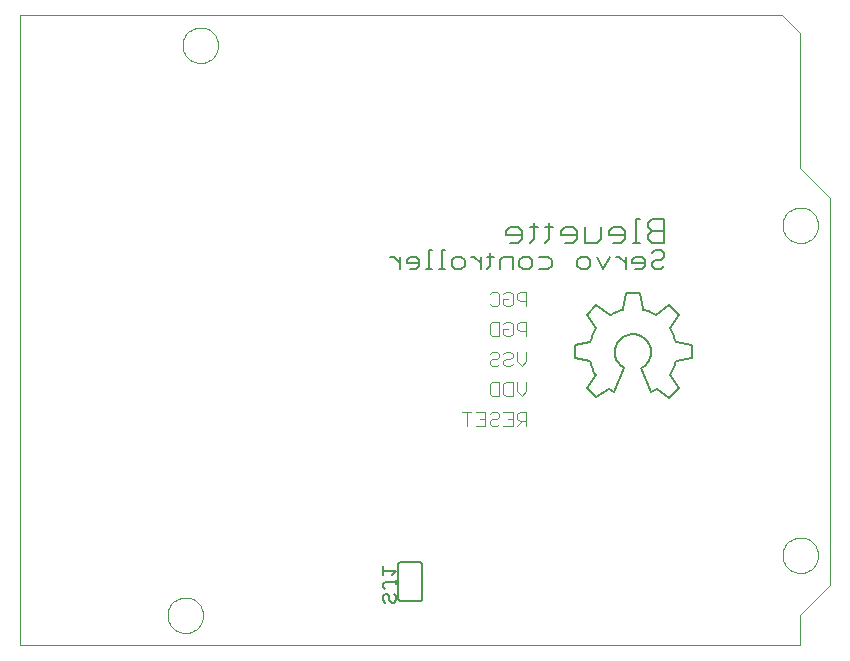
<source format=gbo>
G75*
G70*
%OFA0B0*%
%FSLAX24Y24*%
%IPPOS*%
%LPD*%
%AMOC8*
5,1,8,0,0,1.08239X$1,22.5*
%
%ADD10C,0.0000*%
%ADD11C,0.0070*%
%ADD12C,0.0060*%
%ADD13C,0.0040*%
%ADD14C,0.0050*%
%ADD15C,0.0080*%
D10*
X000500Y000500D02*
X000500Y021500D01*
X025900Y021500D01*
X026500Y020900D01*
X026500Y016400D01*
X027500Y015400D01*
X027500Y002500D01*
X026500Y001500D01*
X026500Y000500D01*
X000500Y000500D01*
X005409Y001500D02*
X005411Y001548D01*
X005417Y001596D01*
X005427Y001643D01*
X005440Y001689D01*
X005458Y001734D01*
X005478Y001778D01*
X005503Y001820D01*
X005531Y001859D01*
X005561Y001896D01*
X005595Y001930D01*
X005632Y001962D01*
X005670Y001991D01*
X005711Y002016D01*
X005754Y002038D01*
X005799Y002056D01*
X005845Y002070D01*
X005892Y002081D01*
X005940Y002088D01*
X005988Y002091D01*
X006036Y002090D01*
X006084Y002085D01*
X006132Y002076D01*
X006178Y002064D01*
X006223Y002047D01*
X006267Y002027D01*
X006309Y002004D01*
X006349Y001977D01*
X006387Y001947D01*
X006422Y001914D01*
X006454Y001878D01*
X006484Y001840D01*
X006510Y001799D01*
X006532Y001756D01*
X006552Y001712D01*
X006567Y001667D01*
X006579Y001620D01*
X006587Y001572D01*
X006591Y001524D01*
X006591Y001476D01*
X006587Y001428D01*
X006579Y001380D01*
X006567Y001333D01*
X006552Y001288D01*
X006532Y001244D01*
X006510Y001201D01*
X006484Y001160D01*
X006454Y001122D01*
X006422Y001086D01*
X006387Y001053D01*
X006349Y001023D01*
X006309Y000996D01*
X006267Y000973D01*
X006223Y000953D01*
X006178Y000936D01*
X006132Y000924D01*
X006084Y000915D01*
X006036Y000910D01*
X005988Y000909D01*
X005940Y000912D01*
X005892Y000919D01*
X005845Y000930D01*
X005799Y000944D01*
X005754Y000962D01*
X005711Y000984D01*
X005670Y001009D01*
X005632Y001038D01*
X005595Y001070D01*
X005561Y001104D01*
X005531Y001141D01*
X005503Y001180D01*
X005478Y001222D01*
X005458Y001266D01*
X005440Y001311D01*
X005427Y001357D01*
X005417Y001404D01*
X005411Y001452D01*
X005409Y001500D01*
X025909Y003500D02*
X025911Y003548D01*
X025917Y003596D01*
X025927Y003643D01*
X025940Y003689D01*
X025958Y003734D01*
X025978Y003778D01*
X026003Y003820D01*
X026031Y003859D01*
X026061Y003896D01*
X026095Y003930D01*
X026132Y003962D01*
X026170Y003991D01*
X026211Y004016D01*
X026254Y004038D01*
X026299Y004056D01*
X026345Y004070D01*
X026392Y004081D01*
X026440Y004088D01*
X026488Y004091D01*
X026536Y004090D01*
X026584Y004085D01*
X026632Y004076D01*
X026678Y004064D01*
X026723Y004047D01*
X026767Y004027D01*
X026809Y004004D01*
X026849Y003977D01*
X026887Y003947D01*
X026922Y003914D01*
X026954Y003878D01*
X026984Y003840D01*
X027010Y003799D01*
X027032Y003756D01*
X027052Y003712D01*
X027067Y003667D01*
X027079Y003620D01*
X027087Y003572D01*
X027091Y003524D01*
X027091Y003476D01*
X027087Y003428D01*
X027079Y003380D01*
X027067Y003333D01*
X027052Y003288D01*
X027032Y003244D01*
X027010Y003201D01*
X026984Y003160D01*
X026954Y003122D01*
X026922Y003086D01*
X026887Y003053D01*
X026849Y003023D01*
X026809Y002996D01*
X026767Y002973D01*
X026723Y002953D01*
X026678Y002936D01*
X026632Y002924D01*
X026584Y002915D01*
X026536Y002910D01*
X026488Y002909D01*
X026440Y002912D01*
X026392Y002919D01*
X026345Y002930D01*
X026299Y002944D01*
X026254Y002962D01*
X026211Y002984D01*
X026170Y003009D01*
X026132Y003038D01*
X026095Y003070D01*
X026061Y003104D01*
X026031Y003141D01*
X026003Y003180D01*
X025978Y003222D01*
X025958Y003266D01*
X025940Y003311D01*
X025927Y003357D01*
X025917Y003404D01*
X025911Y003452D01*
X025909Y003500D01*
X025909Y014500D02*
X025911Y014548D01*
X025917Y014596D01*
X025927Y014643D01*
X025940Y014689D01*
X025958Y014734D01*
X025978Y014778D01*
X026003Y014820D01*
X026031Y014859D01*
X026061Y014896D01*
X026095Y014930D01*
X026132Y014962D01*
X026170Y014991D01*
X026211Y015016D01*
X026254Y015038D01*
X026299Y015056D01*
X026345Y015070D01*
X026392Y015081D01*
X026440Y015088D01*
X026488Y015091D01*
X026536Y015090D01*
X026584Y015085D01*
X026632Y015076D01*
X026678Y015064D01*
X026723Y015047D01*
X026767Y015027D01*
X026809Y015004D01*
X026849Y014977D01*
X026887Y014947D01*
X026922Y014914D01*
X026954Y014878D01*
X026984Y014840D01*
X027010Y014799D01*
X027032Y014756D01*
X027052Y014712D01*
X027067Y014667D01*
X027079Y014620D01*
X027087Y014572D01*
X027091Y014524D01*
X027091Y014476D01*
X027087Y014428D01*
X027079Y014380D01*
X027067Y014333D01*
X027052Y014288D01*
X027032Y014244D01*
X027010Y014201D01*
X026984Y014160D01*
X026954Y014122D01*
X026922Y014086D01*
X026887Y014053D01*
X026849Y014023D01*
X026809Y013996D01*
X026767Y013973D01*
X026723Y013953D01*
X026678Y013936D01*
X026632Y013924D01*
X026584Y013915D01*
X026536Y013910D01*
X026488Y013909D01*
X026440Y013912D01*
X026392Y013919D01*
X026345Y013930D01*
X026299Y013944D01*
X026254Y013962D01*
X026211Y013984D01*
X026170Y014009D01*
X026132Y014038D01*
X026095Y014070D01*
X026061Y014104D01*
X026031Y014141D01*
X026003Y014180D01*
X025978Y014222D01*
X025958Y014266D01*
X025940Y014311D01*
X025927Y014357D01*
X025917Y014404D01*
X025911Y014452D01*
X025909Y014500D01*
X005909Y020500D02*
X005911Y020548D01*
X005917Y020596D01*
X005927Y020643D01*
X005940Y020689D01*
X005958Y020734D01*
X005978Y020778D01*
X006003Y020820D01*
X006031Y020859D01*
X006061Y020896D01*
X006095Y020930D01*
X006132Y020962D01*
X006170Y020991D01*
X006211Y021016D01*
X006254Y021038D01*
X006299Y021056D01*
X006345Y021070D01*
X006392Y021081D01*
X006440Y021088D01*
X006488Y021091D01*
X006536Y021090D01*
X006584Y021085D01*
X006632Y021076D01*
X006678Y021064D01*
X006723Y021047D01*
X006767Y021027D01*
X006809Y021004D01*
X006849Y020977D01*
X006887Y020947D01*
X006922Y020914D01*
X006954Y020878D01*
X006984Y020840D01*
X007010Y020799D01*
X007032Y020756D01*
X007052Y020712D01*
X007067Y020667D01*
X007079Y020620D01*
X007087Y020572D01*
X007091Y020524D01*
X007091Y020476D01*
X007087Y020428D01*
X007079Y020380D01*
X007067Y020333D01*
X007052Y020288D01*
X007032Y020244D01*
X007010Y020201D01*
X006984Y020160D01*
X006954Y020122D01*
X006922Y020086D01*
X006887Y020053D01*
X006849Y020023D01*
X006809Y019996D01*
X006767Y019973D01*
X006723Y019953D01*
X006678Y019936D01*
X006632Y019924D01*
X006584Y019915D01*
X006536Y019910D01*
X006488Y019909D01*
X006440Y019912D01*
X006392Y019919D01*
X006345Y019930D01*
X006299Y019944D01*
X006254Y019962D01*
X006211Y019984D01*
X006170Y020009D01*
X006132Y020038D01*
X006095Y020070D01*
X006061Y020104D01*
X006031Y020141D01*
X006003Y020180D01*
X005978Y020222D01*
X005958Y020266D01*
X005940Y020311D01*
X005927Y020357D01*
X005917Y020404D01*
X005911Y020452D01*
X005909Y020500D01*
D11*
X016687Y014305D02*
X016687Y014174D01*
X017214Y014174D01*
X017214Y014305D02*
X017082Y014437D01*
X016818Y014437D01*
X016687Y014305D01*
X016818Y013910D02*
X017082Y013910D01*
X017214Y014042D01*
X017214Y014305D01*
X017478Y014437D02*
X017742Y014437D01*
X017610Y014569D02*
X017610Y014042D01*
X017478Y013910D01*
X018006Y013910D02*
X018138Y014042D01*
X018138Y014569D01*
X018270Y014437D02*
X018006Y014437D01*
X018534Y014305D02*
X018534Y014174D01*
X019061Y014174D01*
X019061Y014305D02*
X018930Y014437D01*
X018666Y014437D01*
X018534Y014305D01*
X018666Y013910D02*
X018930Y013910D01*
X019061Y014042D01*
X019061Y014305D01*
X019326Y014437D02*
X019326Y013910D01*
X019722Y013910D01*
X019853Y014042D01*
X019853Y014437D01*
X020118Y014305D02*
X020118Y014174D01*
X020645Y014174D01*
X020645Y014305D02*
X020513Y014437D01*
X020250Y014437D01*
X020118Y014305D01*
X020250Y013910D02*
X020513Y013910D01*
X020645Y014042D01*
X020645Y014305D01*
X020910Y013910D02*
X021173Y013910D01*
X021041Y013910D02*
X021041Y014701D01*
X021173Y014701D01*
X021438Y014569D02*
X021438Y014437D01*
X021570Y014305D01*
X021965Y014305D01*
X021570Y014305D02*
X021438Y014174D01*
X021438Y014042D01*
X021570Y013910D01*
X021965Y013910D01*
X021965Y014701D01*
X021570Y014701D01*
X021438Y014569D01*
D12*
X021650Y013671D02*
X021863Y013671D01*
X021970Y013564D01*
X021970Y013457D01*
X021863Y013350D01*
X021650Y013350D01*
X021543Y013244D01*
X021543Y013137D01*
X021650Y013030D01*
X021863Y013030D01*
X021970Y013137D01*
X021543Y013564D02*
X021650Y013671D01*
X021325Y013350D02*
X021219Y013457D01*
X021005Y013457D01*
X020898Y013350D01*
X020898Y013244D01*
X021325Y013244D01*
X021325Y013350D02*
X021325Y013137D01*
X021219Y013030D01*
X021005Y013030D01*
X020681Y013030D02*
X020681Y013457D01*
X020681Y013244D02*
X020467Y013457D01*
X020361Y013457D01*
X020144Y013457D02*
X019930Y013030D01*
X019717Y013457D01*
X019499Y013350D02*
X019499Y013137D01*
X019392Y013030D01*
X019179Y013030D01*
X019072Y013137D01*
X019072Y013350D01*
X019179Y013457D01*
X019392Y013457D01*
X019499Y013350D01*
X018210Y013350D02*
X018210Y013137D01*
X018103Y013030D01*
X017783Y013030D01*
X017566Y013137D02*
X017566Y013350D01*
X017459Y013457D01*
X017245Y013457D01*
X017139Y013350D01*
X017139Y013137D01*
X017245Y013030D01*
X017459Y013030D01*
X017566Y013137D01*
X017783Y013457D02*
X018103Y013457D01*
X018210Y013350D01*
X016921Y013457D02*
X016921Y013030D01*
X016921Y013457D02*
X016601Y013457D01*
X016494Y013350D01*
X016494Y013030D01*
X016170Y013137D02*
X016063Y013030D01*
X016170Y013137D02*
X016170Y013564D01*
X016276Y013457D02*
X016063Y013457D01*
X015847Y013457D02*
X015847Y013030D01*
X015847Y013244D02*
X015633Y013457D01*
X015527Y013457D01*
X015310Y013350D02*
X015310Y013137D01*
X015203Y013030D01*
X014989Y013030D01*
X014883Y013137D01*
X014883Y013350D01*
X014989Y013457D01*
X015203Y013457D01*
X015310Y013350D01*
X014665Y013030D02*
X014452Y013030D01*
X014558Y013030D02*
X014558Y013671D01*
X014665Y013671D01*
X014235Y013671D02*
X014129Y013671D01*
X014129Y013030D01*
X014235Y013030D02*
X014022Y013030D01*
X013806Y013137D02*
X013806Y013350D01*
X013699Y013457D01*
X013485Y013457D01*
X013379Y013350D01*
X013379Y013244D01*
X013806Y013244D01*
X013806Y013137D02*
X013699Y013030D01*
X013485Y013030D01*
X013161Y013030D02*
X013161Y013457D01*
X013161Y013244D02*
X012948Y013457D01*
X012841Y013457D01*
X013200Y003275D02*
X013800Y003275D01*
X013817Y003273D01*
X013834Y003269D01*
X013850Y003262D01*
X013864Y003252D01*
X013877Y003239D01*
X013887Y003225D01*
X013894Y003209D01*
X013898Y003192D01*
X013900Y003175D01*
X013900Y002075D01*
X013898Y002058D01*
X013894Y002041D01*
X013887Y002025D01*
X013877Y002011D01*
X013864Y001998D01*
X013850Y001988D01*
X013834Y001981D01*
X013817Y001977D01*
X013800Y001975D01*
X013200Y001975D01*
X013183Y001977D01*
X013166Y001981D01*
X013150Y001988D01*
X013136Y001998D01*
X013123Y002011D01*
X013113Y002025D01*
X013106Y002041D01*
X013102Y002058D01*
X013100Y002075D01*
X013100Y003175D01*
X013102Y003192D01*
X013106Y003209D01*
X013113Y003225D01*
X013123Y003239D01*
X013136Y003252D01*
X013150Y003262D01*
X013166Y003269D01*
X013183Y003273D01*
X013200Y003275D01*
D13*
X015379Y007808D02*
X015379Y008269D01*
X015532Y008269D02*
X015225Y008269D01*
X015686Y008269D02*
X015993Y008269D01*
X015993Y007808D01*
X015686Y007808D01*
X015839Y008039D02*
X015993Y008039D01*
X016146Y007962D02*
X016146Y007885D01*
X016223Y007808D01*
X016376Y007808D01*
X016453Y007885D01*
X016606Y007808D02*
X016913Y007808D01*
X016913Y008269D01*
X016606Y008269D01*
X016453Y008192D02*
X016453Y008115D01*
X016376Y008039D01*
X016223Y008039D01*
X016146Y007962D01*
X016146Y008192D02*
X016223Y008269D01*
X016376Y008269D01*
X016453Y008192D01*
X016760Y008039D02*
X016913Y008039D01*
X017067Y008039D02*
X017144Y007962D01*
X017374Y007962D01*
X017374Y007808D02*
X017374Y008269D01*
X017144Y008269D01*
X017067Y008192D01*
X017067Y008039D01*
X017220Y007962D02*
X017067Y007808D01*
X017220Y008808D02*
X017067Y008962D01*
X017067Y009269D01*
X016913Y009269D02*
X016683Y009269D01*
X016606Y009192D01*
X016606Y008885D01*
X016683Y008808D01*
X016913Y008808D01*
X016913Y009269D01*
X017374Y009269D02*
X017374Y008962D01*
X017220Y008808D01*
X016453Y008808D02*
X016223Y008808D01*
X016146Y008885D01*
X016146Y009192D01*
X016223Y009269D01*
X016453Y009269D01*
X016453Y008808D01*
X016376Y009808D02*
X016223Y009808D01*
X016146Y009885D01*
X016146Y009962D01*
X016223Y010039D01*
X016376Y010039D01*
X016453Y010115D01*
X016453Y010192D01*
X016376Y010269D01*
X016223Y010269D01*
X016146Y010192D01*
X016453Y009885D02*
X016376Y009808D01*
X016606Y009885D02*
X016683Y009808D01*
X016837Y009808D01*
X016913Y009885D01*
X016837Y010039D02*
X016683Y010039D01*
X016606Y009962D01*
X016606Y009885D01*
X016837Y010039D02*
X016913Y010115D01*
X016913Y010192D01*
X016837Y010269D01*
X016683Y010269D01*
X016606Y010192D01*
X017067Y010269D02*
X017067Y009962D01*
X017220Y009808D01*
X017374Y009962D01*
X017374Y010269D01*
X017374Y010808D02*
X017374Y011269D01*
X017144Y011269D01*
X017067Y011192D01*
X017067Y011039D01*
X017144Y010962D01*
X017374Y010962D01*
X016913Y010885D02*
X016913Y011192D01*
X016837Y011269D01*
X016683Y011269D01*
X016606Y011192D01*
X016606Y011039D02*
X016760Y011039D01*
X016606Y011039D02*
X016606Y010885D01*
X016683Y010808D01*
X016837Y010808D01*
X016913Y010885D01*
X016453Y010808D02*
X016453Y011269D01*
X016223Y011269D01*
X016146Y011192D01*
X016146Y010885D01*
X016223Y010808D01*
X016453Y010808D01*
X016376Y011808D02*
X016223Y011808D01*
X016146Y011885D01*
X016376Y011808D02*
X016453Y011885D01*
X016453Y012192D01*
X016376Y012269D01*
X016223Y012269D01*
X016146Y012192D01*
X016606Y012192D02*
X016683Y012269D01*
X016837Y012269D01*
X016913Y012192D01*
X016913Y011885D01*
X016837Y011808D01*
X016683Y011808D01*
X016606Y011885D01*
X016606Y012039D01*
X016760Y012039D01*
X017067Y012039D02*
X017067Y012192D01*
X017144Y012269D01*
X017374Y012269D01*
X017374Y011808D01*
X017374Y011962D02*
X017144Y011962D01*
X017067Y012039D01*
D14*
X013025Y002990D02*
X012575Y002990D01*
X012575Y002840D02*
X012575Y003140D01*
X012875Y002840D02*
X013025Y002990D01*
X013025Y002679D02*
X013025Y002529D01*
X013025Y002604D02*
X012650Y002604D01*
X012575Y002529D01*
X012575Y002454D01*
X012650Y002379D01*
X012650Y002219D02*
X012575Y002144D01*
X012575Y001994D01*
X012650Y001919D01*
X012800Y001994D02*
X012800Y002144D01*
X012725Y002219D01*
X012650Y002219D01*
X012800Y001994D02*
X012875Y001919D01*
X012950Y001919D01*
X013025Y001994D01*
X013025Y002144D01*
X012950Y002219D01*
D15*
X019705Y008760D02*
X020125Y009040D01*
X020305Y008940D01*
X020635Y009740D01*
X021205Y009740D02*
X021535Y008940D01*
X021715Y009040D01*
X022135Y008750D01*
X022465Y009080D01*
X022165Y009510D01*
X022355Y009970D02*
X022875Y010070D01*
X022875Y010520D01*
X022345Y010620D01*
X022155Y011060D02*
X022465Y011510D01*
X022135Y011830D01*
X021685Y011520D01*
X021255Y011700D02*
X021155Y012240D01*
X020695Y012240D01*
X020595Y011700D01*
X020165Y011520D02*
X019705Y011830D01*
X019385Y011510D01*
X019695Y011060D01*
X019505Y010620D02*
X018975Y010520D01*
X018975Y010070D01*
X019495Y009970D01*
X019675Y009510D02*
X019385Y009080D01*
X019705Y008760D01*
X019675Y009509D02*
X019640Y009571D01*
X019607Y009634D01*
X019578Y009699D01*
X019553Y009765D01*
X019530Y009832D01*
X019511Y009900D01*
X019495Y009970D01*
X022165Y009509D02*
X022200Y009571D01*
X022233Y009634D01*
X022262Y009699D01*
X022287Y009765D01*
X022310Y009832D01*
X022329Y009900D01*
X022345Y009970D01*
X021685Y011520D02*
X021627Y011553D01*
X021568Y011583D01*
X021507Y011610D01*
X021446Y011634D01*
X021383Y011656D01*
X021319Y011675D01*
X021255Y011690D01*
X022155Y011060D02*
X022191Y011002D01*
X022224Y010941D01*
X022255Y010879D01*
X022282Y010816D01*
X022306Y010752D01*
X022327Y010686D01*
X022345Y010620D01*
X020595Y011690D02*
X020521Y011671D01*
X020449Y011648D01*
X020378Y011621D01*
X020308Y011591D01*
X020241Y011557D01*
X020175Y011520D01*
X020635Y009740D02*
X020593Y009764D01*
X020554Y009792D01*
X020517Y009823D01*
X020482Y009857D01*
X020450Y009893D01*
X020422Y009932D01*
X020396Y009973D01*
X020374Y010016D01*
X020356Y010061D01*
X020341Y010107D01*
X020329Y010154D01*
X020322Y010201D01*
X020318Y010249D01*
X020319Y010298D01*
X020323Y010346D01*
X020331Y010393D01*
X020343Y010440D01*
X020358Y010486D01*
X020377Y010530D01*
X020400Y010573D01*
X020426Y010614D01*
X020455Y010652D01*
X020487Y010688D01*
X020522Y010722D01*
X020560Y010752D01*
X020599Y010779D01*
X020641Y010804D01*
X020685Y010824D01*
X020730Y010841D01*
X020776Y010855D01*
X020824Y010864D01*
X020872Y010870D01*
X020920Y010872D01*
X020968Y010870D01*
X021016Y010864D01*
X021064Y010855D01*
X021110Y010841D01*
X021155Y010824D01*
X021199Y010804D01*
X021241Y010779D01*
X021280Y010752D01*
X021318Y010722D01*
X021353Y010688D01*
X021385Y010652D01*
X021414Y010614D01*
X021440Y010573D01*
X021463Y010530D01*
X021482Y010486D01*
X021497Y010440D01*
X021509Y010393D01*
X021517Y010346D01*
X021521Y010298D01*
X021522Y010249D01*
X021518Y010201D01*
X021511Y010154D01*
X021499Y010107D01*
X021484Y010061D01*
X021466Y010016D01*
X021444Y009973D01*
X021418Y009932D01*
X021390Y009893D01*
X021358Y009857D01*
X021323Y009823D01*
X021286Y009792D01*
X021247Y009764D01*
X021205Y009740D01*
X019505Y010620D02*
X019523Y010686D01*
X019544Y010752D01*
X019569Y010816D01*
X019596Y010879D01*
X019626Y010941D01*
X019659Y011001D01*
X019695Y011060D01*
M02*

</source>
